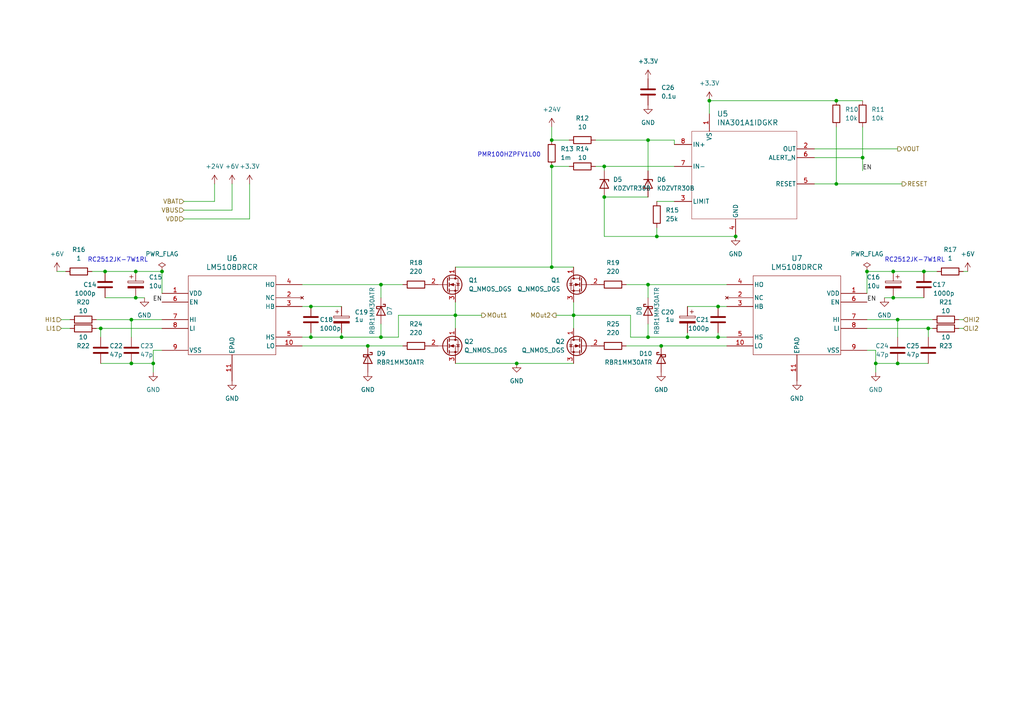
<source format=kicad_sch>
(kicad_sch (version 20230121) (generator eeschema)
  (paper "A4")
  (lib_symbols
    (symbol "Device:C" (pin_numbers hide) (pin_names (offset 0.254))
      (property "Reference" "C" (at 0.635 2.54 0))
      (property "Value" "C" (at 0.635 -2.54 0))
      (symbol "C_0_1"
        (polyline (pts (xy -2.032 -0.762) (xy 2.032 -0.762)) (stroke (width 0.508)))
        (polyline (pts (xy -2.032 0.762) (xy 2.032 0.762)) (stroke (width 0.508)))
      )
      (symbol "C_1_1"
        (pin passive line (at 0 3.81 270) (length 2.794) (name "~") (number "1"))
        (pin passive line (at 0 -3.81 90) (length 2.794) (name "~") (number "2"))
      )
    )
    (symbol "Device:C_Polarized" (pin_numbers hide) (pin_names (offset 0.254))
      (property "Reference" "C" (at 0.635 2.54 0))
      (property "Value" "C_Polarized" (at 0.635 -2.54 0))
      (symbol "C_Polarized_0_1"
        (rectangle (start -2.286 0.508) (end 2.286 1.016))
        (polyline (pts (xy -1.778 2.286) (xy -0.762 2.286)))
        (polyline (pts (xy -1.27 2.794) (xy -1.27 1.778)))
        (rectangle (start 2.286 -0.508) (end -2.286 -1.016) (fill (type outline)))
      )
      (symbol "C_Polarized_1_1"
        (pin passive line (at 0 3.81 270) (length 2.794) (name "~") (number "1"))
        (pin passive line (at 0 -3.81 90) (length 2.794) (name "~") (number "2"))
      )
    )
    (symbol "Device:D_Schottky" (pin_numbers hide) (pin_names (offset 1.016) hide)
      (property "Reference" "D" (at 0 2.54 0))
      (property "Value" "D_Schottky" (at 0 -2.54 0))
      (symbol "D_Schottky_0_1"
        (polyline (pts (xy 1.27 0) (xy -1.27 0)))
        (polyline (pts (xy 1.27 1.27) (xy 1.27 -1.27) (xy -1.27 0) (xy 1.27 1.27)) (stroke (width 0.254)))
        (polyline (pts (xy -1.905 0.635) (xy -1.905 1.27) (xy -1.27 1.27) (xy -1.27 -1.27) (xy -0.635 -1.27) (xy -0.635 -0.635)) (stroke (width 0.254)))
      )
      (symbol "D_Schottky_1_1"
        (pin passive line (at -3.81 0 0) (length 2.54) (name "K") (number "1"))
        (pin passive line (at 3.81 0 180) (length 2.54) (name "A") (number "2"))
      )
    )
    (symbol "Device:D_Zener" (pin_numbers hide) (pin_names (offset 1.016) hide)
      (property "Reference" "D" (at 0 2.54 0))
      (property "Value" "D_Zener" (at 0 -2.54 0))
      (symbol "D_Zener_0_1"
        (polyline (pts (xy 1.27 0) (xy -1.27 0)))
        (polyline (pts (xy -1.27 -1.27) (xy -1.27 1.27) (xy -0.762 1.27)) (stroke (width 0.254)))
        (polyline (pts (xy 1.27 -1.27) (xy 1.27 1.27) (xy -1.27 0) (xy 1.27 -1.27)) (stroke (width 0.254)))
      )
      (symbol "D_Zener_1_1"
        (pin passive line (at -3.81 0 0) (length 2.54) (name "K") (number "1"))
        (pin passive line (at 3.81 0 180) (length 2.54) (name "A") (number "2"))
      )
    )
    (symbol "Device:Q_NMOS_DGS" (pin_names (offset 0) hide)
      (property "Reference" "Q" (at 5.08 1.27 0))
      (property "Value" "Q_NMOS_DGS" (at 5.08 -1.27 0))
      (symbol "Q_NMOS_DGS_0_1"
        (polyline (pts (xy 0.254 0) (xy -2.54 0)))
        (polyline (pts (xy 0.254 1.905) (xy 0.254 -1.905)) (stroke (width 0.254)))
        (polyline (pts (xy 0.762 -1.27) (xy 0.762 -2.286)) (stroke (width 0.254)))
        (polyline (pts (xy 0.762 0.508) (xy 0.762 -0.508)) (stroke (width 0.254)))
        (polyline (pts (xy 0.762 2.286) (xy 0.762 1.27)) (stroke (width 0.254)))
        (polyline (pts (xy 2.54 2.54) (xy 2.54 1.778)))
        (polyline (pts (xy 2.54 -2.54) (xy 2.54 0) (xy 0.762 0)))
        (polyline (pts (xy 0.762 -1.778) (xy 3.302 -1.778) (xy 3.302 1.778) (xy 0.762 1.778)))
        (polyline (pts (xy 1.016 0) (xy 2.032 0.381) (xy 2.032 -0.381) (xy 1.016 0)) (fill (type outline)))
        (polyline (pts (xy 2.794 0.508) (xy 2.921 0.381) (xy 3.683 0.381) (xy 3.81 0.254)))
        (polyline (pts (xy 3.302 0.381) (xy 2.921 -0.254) (xy 3.683 -0.254) (xy 3.302 0.381)))
        (circle (center 1.651 0) (radius 2.794) (stroke (width 0.254)))
        (circle (center 2.54 -1.778) (radius 0.254) (fill (type outline)))
        (circle (center 2.54 1.778) (radius 0.254) (fill (type outline)))
      )
      (symbol "Q_NMOS_DGS_1_1"
        (pin passive line (at 2.54 5.08 270) (length 2.54) (name "D") (number "1"))
        (pin input line (at -5.08 0 0) (length 2.54) (name "G") (number "2"))
        (pin passive line (at 2.54 -5.08 90) (length 2.54) (name "S") (number "3"))
      )
    )
    (symbol "Device:R" (pin_numbers hide) (pin_names (offset 0))
      (property "Reference" "R" (at 2.032 0 90))
      (property "Value" "R" (at 0 0 90))
      (symbol "R_0_1"
        (rectangle (start -1.016 -2.54) (end 1.016 2.54) (stroke (width 0.254)))
      )
      (symbol "R_1_1"
        (pin passive line (at 0 3.81 270) (length 1.27) (name "~") (number "1"))
        (pin passive line (at 0 -3.81 90) (length 1.27) (name "~") (number "2"))
      )
    )
    (symbol "pj-sym:INA301A1IDGKR" (pin_names (offset 0.254))
      (property "Reference" "U" (at 0 2.54 0))
      (property "Value" "INA301A1IDGKR" (at 0 0 0))
      (symbol "INA301A1IDGKR_0_1"
        (polyline (pts (xy -15.24 -12.7) (xy 15.24 -12.7)) (stroke (width 0.1016)))
        (polyline (pts (xy -15.24 12.7) (xy -15.24 -12.7)) (stroke (width 0.1016)))
        (polyline (pts (xy 15.24 -12.7) (xy 15.24 12.7)) (stroke (width 0.1016)))
        (polyline (pts (xy 15.24 12.7) (xy -15.24 12.7)) (stroke (width 0.1016)))
        (pin power_in line (at -10.16 17.78 270) (length 5.08) (name "VS") (number "1"))
        (pin output line (at 20.32 7.62 180) (length 5.08) (name "OUT") (number "2"))
        (pin input line (at -20.32 -7.62 0) (length 5.08) (name "LIMIT") (number "3"))
        (pin power_in line (at -2.54 -17.78 90) (length 5.08) (name "GND") (number "4"))
        (pin input line (at 20.32 -2.54 180) (length 5.08) (name "RESET") (number "5"))
        (pin open_collector line (at 20.32 5.08 180) (length 5.08) (name "ALERT_N") (number "6"))
        (pin input line (at -20.32 2.54 0) (length 5.08) (name "IN-") (number "7"))
        (pin input line (at -20.32 8.89 0) (length 5.08) (name "IN+") (number "8"))
      )
    )
    (symbol "pj-sym:LM5108DRCR" (pin_names (offset 0.254))
      (property "Reference" "U" (at 20.32 10.16 0))
      (property "Value" "LM5108DRCR" (at 20.32 7.62 0))
      (symbol "LM5108DRCR_0_1"
        (polyline (pts (xy 7.62 -17.78) (xy 33.02 -17.78)) (stroke (width 0.127)))
        (polyline (pts (xy 7.62 5.08) (xy 7.62 -17.78)) (stroke (width 0.127)))
        (polyline (pts (xy 33.02 -17.78) (xy 33.02 5.08)) (stroke (width 0.127)))
        (polyline (pts (xy 33.02 5.08) (xy 7.62 5.08)) (stroke (width 0.127)))
        (pin power_in line (at 0 0 0) (length 7.62) (name "VDD") (number "1"))
        (pin output line (at 40.64 -15.24 180) (length 7.62) (name "LO") (number "10"))
        (pin no_connect line (at 40.64 -1.27 180) (length 7.62) (name "NC") (number "2"))
        (pin output line (at 40.64 2.54 180) (length 7.62) (name "HO") (number "4"))
        (pin input line (at 0 -2.54 0) (length 7.62) (name "EN") (number "6"))
        (pin input line (at 0 -7.62 0) (length 7.62) (name "HI") (number "7"))
        (pin input line (at 0 -10.16 0) (length 7.62) (name "LI") (number "8"))
        (pin power_in line (at 0 -16.51 0) (length 7.62) (name "VSS") (number "9"))
      )
      (symbol "LM5108DRCR_1_1"
        (pin passive line (at 20.32 -25.4 90) (length 7.62) (name "EPAD") (number "11"))
        (pin input line (at 40.64 -3.81 180) (length 7.62) (name "HB") (number "3"))
        (pin passive line (at 40.64 -12.7 180) (length 7.62) (name "HS") (number "5"))
      )
    )
    (symbol "power:+24V" (power) (pin_names (offset 0))
      (property "Value" "+24V" (at 0 3.556 0))
      (symbol "+24V_0_1"
        (polyline (pts (xy -0.762 1.27) (xy 0 2.54)))
        (polyline (pts (xy 0 0) (xy 0 2.54)))
        (polyline (pts (xy 0 2.54) (xy 0.762 1.27)))
      )
      (symbol "+24V_1_1"
        (pin power_in line (at 0 0 90) (length 0) hide (name "+24V") (number "1"))
      )
    )
    (symbol "power:+3.3V" (power) (pin_names (offset 0))
      (property "Value" "+3.3V" (at 0 3.556 0))
      (symbol "+3.3V_0_1"
        (polyline (pts (xy -0.762 1.27) (xy 0 2.54)))
        (polyline (pts (xy 0 0) (xy 0 2.54)))
        (polyline (pts (xy 0 2.54) (xy 0.762 1.27)))
      )
      (symbol "+3.3V_1_1"
        (pin power_in line (at 0 0 90) (length 0) hide (name "+3.3V") (number "1"))
      )
    )
    (symbol "power:+6V" (power) (pin_names (offset 0))
      (property "Value" "+6V" (at 0 3.556 0))
      (symbol "+6V_0_1"
        (polyline (pts (xy -0.762 1.27) (xy 0 2.54)))
        (polyline (pts (xy 0 0) (xy 0 2.54)))
        (polyline (pts (xy 0 2.54) (xy 0.762 1.27)))
      )
      (symbol "+6V_1_1"
        (pin power_in line (at 0 0 90) (length 0) hide (name "+6V") (number "1"))
      )
    )
    (symbol "power:GND" (power) (pin_names (offset 0))
      (property "Value" "GND" (at 0 -3.81 0))
      (symbol "GND_0_1"
        (polyline (pts (xy 0 0) (xy 0 -1.27) (xy 1.27 -1.27) (xy 0 -2.54) (xy -1.27 -1.27) (xy 0 -1.27)))
      )
      (symbol "GND_1_1"
        (pin power_in line (at 0 0 270) (length 0) hide (name "GND") (number "1"))
      )
    )
    (symbol "power:PWR_FLAG" (power) (pin_numbers hide) (pin_names (offset 0) hide)
      (property "Value" "PWR_FLAG" (at 0 3.81 0))
      (symbol "PWR_FLAG_0_0"
        (pin power_out line (at 0 0 90) (length 0) (name "pwr") (number "1"))
      )
      (symbol "PWR_FLAG_0_1"
        (polyline (pts (xy 0 0) (xy 0 1.27) (xy -1.016 1.905) (xy 0 2.54) (xy 1.016 1.905) (xy 0 1.27)))
      )
    )
  )
  (junction (at 254 105.41))
  (junction (at 160.02 40.64))
  (junction (at 187.96 82.55))
  (junction (at 208.28 97.79))
  (junction (at 269.24 95.25))
  (junction (at 132.08 91.44))
  (junction (at 250.19 45.72))
  (junction (at 187.96 40.64))
  (junction (at 39.37 78.74))
  (junction (at 149.86 105.41))
  (junction (at 38.1 92.71))
  (junction (at 187.96 97.79))
  (junction (at 106.68 100.33))
  (junction (at 175.26 48.26))
  (junction (at 242.57 53.34))
  (junction (at 110.49 82.55))
  (junction (at 267.97 78.74))
  (junction (at 213.36 68.58))
  (junction (at 30.48 78.74))
  (junction (at 242.57 29.21))
  (junction (at 110.49 97.79))
  (junction (at 199.39 97.79))
  (junction (at 166.37 91.44))
  (junction (at 175.26 57.15))
  (junction (at 39.37 86.36))
  (junction (at 38.1 105.41))
  (junction (at 251.46 78.74))
  (junction (at 205.74 29.21))
  (junction (at 90.17 88.9))
  (junction (at 46.99 78.74))
  (junction (at 160.02 77.47))
  (junction (at 99.06 97.79))
  (junction (at 160.02 48.26))
  (junction (at 190.5 68.58))
  (junction (at 191.77 100.33))
  (junction (at 208.28 88.9))
  (junction (at 260.35 92.71))
  (junction (at 29.21 95.25))
  (junction (at 259.08 78.74))
  (junction (at 259.08 86.36))
  (junction (at 260.35 105.41))
  (junction (at 90.17 97.79))
  (junction (at 44.45 105.41))
  (wire (pts (xy 260.35 105.41) (xy 254 105.41)))
  (wire (pts (xy 280.67 78.74) (xy 279.4 78.74)))
  (wire (pts (xy 259.08 86.36) (xy 256.54 86.36)))
  (wire (pts (xy 39.37 86.36) (xy 41.91 86.36)))
  (wire (pts (xy 27.94 95.25) (xy 29.21 95.25)))
  (wire (pts (xy 270.51 95.25) (xy 269.24 95.25)))
  (wire (pts (xy 44.45 105.41) (xy 44.45 101.6)))
  (wire (pts (xy 132.08 91.44) (xy 139.7 91.44)))
  (wire (pts (xy 190.5 68.58) (xy 213.36 68.58)))
  (wire (pts (xy 210.82 100.33) (xy 191.77 100.33)))
  (wire (pts (xy 87.63 82.55) (xy 110.49 82.55)))
  (wire (pts (xy 160.02 48.26) (xy 160.02 77.47)))
  (wire (pts (xy 110.49 82.55) (xy 116.84 82.55)))
  (wire (pts (xy 236.22 53.34) (xy 242.57 53.34)))
  (wire (pts (xy 187.96 86.36) (xy 187.96 82.55)))
  (wire (pts (xy 132.08 91.44) (xy 115.57 91.44)))
  (wire (pts (xy 115.57 91.44) (xy 115.57 97.79)))
  (wire (pts (xy 16.51 78.74) (xy 19.05 78.74)))
  (wire (pts (xy 53.34 63.5) (xy 72.39 63.5)))
  (wire (pts (xy 269.24 95.25) (xy 269.24 97.79)))
  (wire (pts (xy 210.82 88.9) (xy 208.28 88.9)))
  (wire (pts (xy 269.24 95.25) (xy 251.46 95.25)))
  (wire (pts (xy 236.22 43.18) (xy 260.35 43.18)))
  (wire (pts (xy 87.63 100.33) (xy 106.68 100.33)))
  (wire (pts (xy 175.26 48.26) (xy 195.58 48.26)))
  (wire (pts (xy 210.82 97.79) (xy 208.28 97.79)))
  (wire (pts (xy 208.28 97.79) (xy 199.39 97.79)))
  (wire (pts (xy 44.45 101.6) (xy 46.99 101.6)))
  (wire (pts (xy 38.1 92.71) (xy 38.1 97.79)))
  (wire (pts (xy 53.34 60.96) (xy 67.31 60.96)))
  (wire (pts (xy 187.96 40.64) (xy 195.58 40.64)))
  (wire (pts (xy 38.1 92.71) (xy 46.99 92.71)))
  (wire (pts (xy 17.78 95.25) (xy 20.32 95.25)))
  (wire (pts (xy 160.02 77.47) (xy 166.37 77.47)))
  (wire (pts (xy 190.5 66.04) (xy 190.5 68.58)))
  (wire (pts (xy 267.97 78.74) (xy 259.08 78.74)))
  (wire (pts (xy 166.37 87.63) (xy 166.37 91.44)))
  (wire (pts (xy 250.19 45.72) (xy 250.19 36.83)))
  (wire (pts (xy 187.96 97.79) (xy 187.96 93.98)))
  (wire (pts (xy 251.46 78.74) (xy 251.46 85.09)))
  (wire (pts (xy 172.72 40.64) (xy 187.96 40.64)))
  (wire (pts (xy 250.19 49.53) (xy 250.19 45.72)))
  (wire (pts (xy 187.96 82.55) (xy 181.61 82.55)))
  (wire (pts (xy 160.02 40.64) (xy 165.1 40.64)))
  (wire (pts (xy 175.26 57.15) (xy 187.96 57.15)))
  (wire (pts (xy 29.21 105.41) (xy 38.1 105.41)))
  (wire (pts (xy 279.4 95.25) (xy 278.13 95.25)))
  (wire (pts (xy 242.57 29.21) (xy 250.19 29.21)))
  (wire (pts (xy 236.22 45.72) (xy 250.19 45.72)))
  (wire (pts (xy 160.02 48.26) (xy 165.1 48.26)))
  (wire (pts (xy 149.86 105.41) (xy 166.37 105.41)))
  (wire (pts (xy 260.35 92.71) (xy 260.35 97.79)))
  (wire (pts (xy 190.5 58.42) (xy 195.58 58.42)))
  (wire (pts (xy 110.49 97.79) (xy 110.49 93.98)))
  (wire (pts (xy 161.29 91.44) (xy 166.37 91.44)))
  (wire (pts (xy 271.78 78.74) (xy 267.97 78.74)))
  (wire (pts (xy 160.02 36.83) (xy 160.02 40.64)))
  (wire (pts (xy 30.48 78.74) (xy 39.37 78.74)))
  (wire (pts (xy 208.28 88.9) (xy 199.39 88.9)))
  (wire (pts (xy 166.37 91.44) (xy 166.37 95.25)))
  (wire (pts (xy 62.23 58.42) (xy 62.23 53.34)))
  (wire (pts (xy 187.96 40.64) (xy 187.96 49.53)))
  (wire (pts (xy 87.63 97.79) (xy 90.17 97.79)))
  (wire (pts (xy 90.17 97.79) (xy 99.06 97.79)))
  (wire (pts (xy 26.67 78.74) (xy 30.48 78.74)))
  (wire (pts (xy 191.77 100.33) (xy 181.61 100.33)))
  (wire (pts (xy 208.28 97.79) (xy 208.28 96.52)))
  (wire (pts (xy 115.57 97.79) (xy 110.49 97.79)))
  (wire (pts (xy 205.74 29.21) (xy 205.74 33.02)))
  (wire (pts (xy 210.82 82.55) (xy 187.96 82.55)))
  (wire (pts (xy 53.34 58.42) (xy 62.23 58.42)))
  (wire (pts (xy 17.78 92.71) (xy 20.32 92.71)))
  (wire (pts (xy 182.88 91.44) (xy 182.88 97.79)))
  (wire (pts (xy 254 107.95) (xy 254 105.41)))
  (wire (pts (xy 39.37 78.74) (xy 46.99 78.74)))
  (wire (pts (xy 279.4 92.71) (xy 278.13 92.71)))
  (wire (pts (xy 27.94 92.71) (xy 38.1 92.71)))
  (wire (pts (xy 132.08 87.63) (xy 132.08 91.44)))
  (wire (pts (xy 99.06 97.79) (xy 110.49 97.79)))
  (wire (pts (xy 166.37 91.44) (xy 182.88 91.44)))
  (wire (pts (xy 106.68 100.33) (xy 116.84 100.33)))
  (wire (pts (xy 46.99 78.74) (xy 46.99 85.09)))
  (wire (pts (xy 190.5 68.58) (xy 175.26 68.58)))
  (wire (pts (xy 67.31 60.96) (xy 67.31 53.34)))
  (wire (pts (xy 270.51 92.71) (xy 260.35 92.71)))
  (wire (pts (xy 132.08 91.44) (xy 132.08 95.25)))
  (wire (pts (xy 38.1 105.41) (xy 44.45 105.41)))
  (wire (pts (xy 87.63 88.9) (xy 90.17 88.9)))
  (wire (pts (xy 132.08 77.47) (xy 160.02 77.47)))
  (wire (pts (xy 175.26 68.58) (xy 175.26 57.15)))
  (wire (pts (xy 254 101.6) (xy 251.46 101.6)))
  (wire (pts (xy 29.21 95.25) (xy 46.99 95.25)))
  (wire (pts (xy 259.08 78.74) (xy 251.46 78.74)))
  (wire (pts (xy 172.72 48.26) (xy 175.26 48.26)))
  (wire (pts (xy 199.39 97.79) (xy 199.39 96.52)))
  (wire (pts (xy 260.35 92.71) (xy 251.46 92.71)))
  (wire (pts (xy 182.88 97.79) (xy 187.96 97.79)))
  (wire (pts (xy 99.06 97.79) (xy 99.06 96.52)))
  (wire (pts (xy 72.39 63.5) (xy 72.39 53.34)))
  (wire (pts (xy 267.97 86.36) (xy 259.08 86.36)))
  (wire (pts (xy 90.17 88.9) (xy 99.06 88.9)))
  (wire (pts (xy 269.24 105.41) (xy 260.35 105.41)))
  (wire (pts (xy 199.39 97.79) (xy 187.96 97.79)))
  (wire (pts (xy 44.45 107.95) (xy 44.45 105.41)))
  (wire (pts (xy 242.57 53.34) (xy 261.62 53.34)))
  (wire (pts (xy 205.74 29.21) (xy 242.57 29.21)))
  (wire (pts (xy 29.21 95.25) (xy 29.21 97.79)))
  (wire (pts (xy 110.49 86.36) (xy 110.49 82.55)))
  (wire (pts (xy 254 105.41) (xy 254 101.6)))
  (wire (pts (xy 242.57 36.83) (xy 242.57 53.34)))
  (wire (pts (xy 175.26 48.26) (xy 175.26 49.53)))
  (wire (pts (xy 90.17 97.79) (xy 90.17 96.52)))
  (wire (pts (xy 195.58 41.91) (xy 195.58 40.64)))
  (wire (pts (xy 132.08 105.41) (xy 149.86 105.41)))
  (wire (pts (xy 30.48 86.36) (xy 39.37 86.36)))
  (text "RC2512JK-7W1RL" (at 25.4 76.2 0) (effects (font (size 1.27 1.27)) (justify left bottom)))
  (text "PMR100HZPFV1L00" (at 138.43 45.72 0) (effects (font (size 1.27 1.27)) (justify left bottom)))
  (text "RC2512JK-7W1RL" (at 256.54 76.2 0) (effects (font (size 1.27 1.27)) (justify left bottom)))
  (label "EN" (at 251.46 87.63 0))
  (label "EN" (at 46.99 87.63 180))
  (label "EN" (at 250.19 49.53 0))
  (hierarchical_label "LI1" (shape input) (at 17.78 95.25 180))
  (hierarchical_label "LI2" (shape input) (at 279.4 95.25 0))
  (hierarchical_label "MOut2" (shape output) (at 161.29 91.44 180))
  (hierarchical_label "VOUT" (shape output) (at 260.35 43.18 0))
  (hierarchical_label "VDD" (shape input) (at 53.34 63.5 180))
  (hierarchical_label "MOut1" (shape output) (at 139.7 91.44 0))
  (hierarchical_label "HI1" (shape input) (at 17.78 92.71 180))
  (hierarchical_label "VBUS" (shape input) (at 53.34 60.96 180))
  (hierarchical_label "VBAT" (shape input) (at 53.34 58.42 180))
  (hierarchical_label "RESET" (shape output) (at 261.62 53.34 0))
  (hierarchical_label "HI2" (shape input) (at 279.4 92.71 0))
  (symbol (lib_id "power:+6V") (at 280.67 78.74 0) (mirror y) (unit 1)
    (property "Reference" "#PWR034" (effects hide))
    (property "Value" "+6V" (at 280.67 73.66 0))
  )
  (symbol (lib_id "Device:R") (at 275.59 78.74 270) (mirror x) (unit 1)
    (property "Reference" "R17" (at 275.59 72.39 90))
    (property "Value" "1" (at 275.59 74.93 90))
    (property "Footprint" "Resistor_SMD:R_2512_6332Metric_Pad1.40x3.35mm_HandSolder" (effects hide))
  )
  (symbol (lib_id "pj-sym:LM5108DRCR") (at 251.46 85.09 0) (mirror y) (unit 1)
    (property "Reference" "U7" (at 231.14 74.93 0) (effects (font (size 1.524 1.524))))
    (property "Value" "LM5108DRCR" (at 231.14 77.47 0) (effects (font (size 1.524 1.524))))
    (property "Footprint" "pj-lib:DRC10_1P65X2P40_TEX" (effects hide))
    (property "Datasheet" "LM5108DRCR" (effects hide))
  )
  (symbol (lib_id "power:GND") (at 254 107.95 0) (mirror y) (unit 1)
    (property "Reference" "#PWR041" (effects hide))
    (property "Value" "GND" (at 254 113.03 0))
  )
  (symbol (lib_id "power:GND") (at 191.77 107.95 0) (mirror y) (unit 1)
    (property "Reference" "#PWR040" (effects hide))
    (property "Value" "GND" (at 191.77 113.03 0))
  )
  (symbol (lib_id "Device:C") (at 269.24 101.6 0) (mirror y) (unit 1)
    (property "Reference" "C25" (at 266.7 100.33 0) (effects (justify left)))
    (property "Value" "47p" (at 266.7 102.87 0) (effects (justify left)))
    (property "Footprint" "Capacitor_SMD:C_0603_1608Metric_Pad1.08x0.95mm_HandSolder" (effects hide))
  )
  (symbol (lib_id "power:GND") (at 41.91 86.36 0) (unit 1)
    (property "Reference" "#PWR035" (effects hide))
    (property "Value" "GND" (at 41.91 91.44 0))
  )
  (symbol (lib_id "Device:C") (at 260.35 101.6 0) (mirror y) (unit 1)
    (property "Reference" "C24" (at 257.81 100.33 0) (effects (justify left)))
    (property "Value" "47p" (at 257.81 102.87 0) (effects (justify left)))
    (property "Footprint" "Capacitor_SMD:C_0603_1608Metric_Pad1.08x0.95mm_HandSolder" (effects hide))
  )
  (symbol (lib_id "Device:C") (at 208.28 92.71 0) (mirror y) (unit 1)
    (property "Reference" "C21" (at 205.74 92.71 0) (effects (justify left)))
    (property "Value" "1000p" (at 205.74 95.25 0) (effects (justify left)))
    (property "Footprint" "Capacitor_SMD:C_0603_1608Metric_Pad1.08x0.95mm_HandSolder" (effects hide))
  )
  (symbol (lib_id "power:+24V") (at 62.23 53.34 0) (unit 1)
    (property "Reference" "#PWR029" (effects hide))
    (property "Value" "+24V" (at 62.23 48.26 0))
  )
  (symbol (lib_id "power:+3.3V") (at 187.96 22.86 0) (unit 1)
    (property "Reference" "#PWR044" (effects hide))
    (property "Value" "+3.3V" (at 187.96 17.78 0))
  )
  (symbol (lib_id "power:+24V") (at 160.02 36.83 0) (unit 1)
    (property "Reference" "#PWR028" (effects hide))
    (property "Value" "+24V" (at 160.02 31.75 0))
  )
  (symbol (lib_id "Device:D_Zener") (at 187.96 53.34 270) (unit 1)
    (property "Reference" "D6" (at 190.5 52.07 90) (effects (justify left)))
    (property "Value" "KDZVTR30B" (at 190.5 54.61 90) (effects (justify left)))
    (property "Footprint" "Diode_SMD:D_SOD-123F" (effects hide))
  )
  (symbol (lib_id "Device:C") (at 29.21 101.6 0) (unit 1)
    (property "Reference" "C22" (at 31.75 100.33 0) (effects (justify left)))
    (property "Value" "47p" (at 31.75 102.87 0) (effects (justify left)))
    (property "Footprint" "Capacitor_SMD:C_0603_1608Metric_Pad1.08x0.95mm_HandSolder" (effects hide))
  )
  (symbol (lib_id "pj-sym:INA301A1IDGKR") (at 215.9 50.8 0) (unit 1)
    (property "Reference" "U5" (at 207.9341 33.02 0) (effects (font (size 1.524 1.524)) (justify left)))
    (property "Value" "INA301A1IDGKR" (at 207.9341 35.56 0) (effects (font (size 1.524 1.524)) (justify left)))
    (property "Footprint" "pj-lib:DGK0008A_L" (effects hide))
    (property "Datasheet" "INA301A1IDGKR" (effects hide))
  )
  (symbol (lib_id "Device:Q_NMOS_DGS") (at 168.91 82.55 0) (mirror y) (unit 1)
    (property "Reference" "Q1" (at 162.56 81.28 0) (effects (justify left)))
    (property "Value" "Q_NMOS_DGS" (at 162.56 83.82 0) (effects (justify left)))
    (property "Footprint" "pj-lib:TSON Advance_TOS" (effects hide))
    (instances (project "motor-driver-2023-1" (path "" (reference "Q1") (unit 1)) (path "" (reference "Q2") (unit 1))))
  )
  (symbol (lib_id "power:+6V") (at 16.51 78.74 0) (unit 1)
    (property "Reference" "#PWR033" (effects hide))
    (property "Value" "+6V" (at 16.51 73.66 0))
  )
  (symbol (lib_id "Device:R") (at 250.19 33.02 0) (unit 1)
    (property "Reference" "R11" (at 252.73 31.75 0) (effects (justify left)))
    (property "Value" "10k" (at 252.73 34.29 0) (effects (justify left)))
    (property "Footprint" "Resistor_SMD:R_0402_1005Metric_Pad0.72x0.64mm_HandSolder" (effects hide))
  )
  (symbol (lib_id "power:PWR_FLAG") (at 46.99 78.74 0) (unit 1)
    (property "Reference" "#FLG03" (effects hide))
    (property "Value" "PWR_FLAG" (at 46.99 73.66 0))
  )
  (symbol (lib_id "Device:C") (at 38.1 101.6 0) (unit 1)
    (property "Reference" "C23" (at 40.64 100.33 0) (effects (justify left)))
    (property "Value" "47p" (at 40.64 102.87 0) (effects (justify left)))
    (property "Footprint" "Capacitor_SMD:C_0603_1608Metric_Pad1.08x0.95mm_HandSolder" (effects hide))
  )
  (symbol (lib_id "Device:R") (at 168.91 40.64 90) (unit 1)
    (property "Reference" "R12" (at 168.91 34.29 90))
    (property "Value" "10" (at 168.91 36.83 90))
    (property "Footprint" "Resistor_SMD:R_0402_1005Metric_Pad0.72x0.64mm_HandSolder" (effects hide))
  )
  (symbol (lib_id "power:+3.3V") (at 205.74 29.21 0) (unit 1)
    (property "Reference" "#PWR027" (effects hide))
    (property "Value" "+3.3V" (at 205.74 24.13 0))
  )
  (symbol (lib_id "Device:C_Polarized") (at 39.37 82.55 0) (unit 1)
    (property "Reference" "C15" (at 43.18 80.391 0) (effects (justify left)))
    (property "Value" "10u" (at 43.18 82.931 0) (effects (justify left)))
    (property "Footprint" "Capacitor_SMD:C_1206_3216Metric_Pad1.33x1.80mm_HandSolder" (effects hide))
  )
  (symbol (lib_id "Device:C_Polarized") (at 99.06 92.71 0) (unit 1)
    (property "Reference" "C19" (at 102.87 90.551 0) (effects (justify left)))
    (property "Value" "1u" (at 102.87 92.71 0) (effects (justify left)))
    (property "Footprint" "Capacitor_SMD:C_0603_1608Metric_Pad1.08x0.95mm_HandSolder" (effects hide))
  )
  (symbol (lib_id "Device:D_Schottky") (at 106.68 104.14 270) (unit 1)
    (property "Reference" "D9" (at 109.22 102.5525 90) (effects (justify left)))
    (property "Value" "RBR1MM30ATR" (at 109.22 105.0925 90) (effects (justify left)))
    (property "Footprint" "Diode_SMD:D_SOD-123F" (effects hide))
  )
  (symbol (lib_id "power:GND") (at 256.54 86.36 0) (mirror y) (unit 1)
    (property "Reference" "#PWR036" (effects hide))
    (property "Value" "GND" (at 256.54 91.44 0))
  )
  (symbol (lib_id "Device:R") (at 24.13 95.25 270) (unit 1)
    (property "Reference" "R22" (at 24.13 100.33 90))
    (property "Value" "10" (at 24.13 97.79 90))
    (property "Footprint" "Resistor_SMD:R_0402_1005Metric_Pad0.72x0.64mm_HandSolder" (effects hide))
  )
  (symbol (lib_id "power:GND") (at 187.96 30.48 0) (unit 1)
    (property "Reference" "#PWR045" (effects hide))
    (property "Value" "GND" (at 187.96 35.56 0))
  )
  (symbol (lib_id "Device:R") (at 190.5 62.23 0) (unit 1)
    (property "Reference" "R15" (at 193.04 60.96 0) (effects (justify left)))
    (property "Value" "25k" (at 193.04 63.5 0) (effects (justify left)))
    (property "Footprint" "Resistor_SMD:R_0402_1005Metric_Pad0.72x0.64mm_HandSolder" (effects hide))
  )
  (symbol (lib_id "Device:R") (at 120.65 82.55 90) (unit 1)
    (property "Reference" "R18" (at 120.65 76.2 90))
    (property "Value" "220" (at 120.65 78.74 90))
    (property "Footprint" "Resistor_SMD:R_0402_1005Metric_Pad0.72x0.64mm_HandSolder" (effects hide))
  )
  (symbol (lib_id "Device:R") (at 168.91 48.26 90) (unit 1)
    (property "Reference" "R14" (at 168.91 43.18 90))
    (property "Value" "10" (at 168.91 45.72 90))
    (property "Footprint" "Resistor_SMD:R_0402_1005Metric_Pad0.72x0.64mm_HandSolder" (effects hide))
  )
  (symbol (lib_id "Device:C_Polarized") (at 259.08 82.55 0) (mirror y) (unit 1)
    (property "Reference" "C16" (at 255.27 80.391 0) (effects (justify left)))
    (property "Value" "10u" (at 255.27 82.931 0) (effects (justify left)))
    (property "Footprint" "Capacitor_SMD:C_1206_3216Metric_Pad1.33x1.80mm_HandSolder" (effects hide))
  )
  (symbol (lib_id "Device:C") (at 267.97 82.55 0) (mirror y) (unit 1)
    (property "Reference" "C17" (at 274.32 82.55 0) (effects (justify left)))
    (property "Value" "1000p" (at 276.86 85.09 0) (effects (justify left)))
    (property "Footprint" "Capacitor_SMD:C_0603_1608Metric_Pad1.08x0.95mm_HandSolder" (effects hide))
  )
  (symbol (lib_id "Device:D_Schottky") (at 191.77 104.14 90) (mirror x) (unit 1)
    (property "Reference" "D10" (at 189.23 102.5525 90) (effects (justify left)))
    (property "Value" "RBR1MM30ATR" (at 189.23 105.0925 90) (effects (justify left)))
    (property "Footprint" "Diode_SMD:D_SOD-123F" (effects hide))
  )
  (symbol (lib_id "power:GND") (at 44.45 107.95 0) (unit 1)
    (property "Reference" "#PWR038" (effects hide))
    (property "Value" "GND" (at 44.45 113.03 0))
  )
  (symbol (lib_id "power:GND") (at 106.68 107.95 0) (unit 1)
    (property "Reference" "#PWR039" (effects hide))
    (property "Value" "GND" (at 106.68 113.03 0))
  )
  (symbol (lib_id "power:GND") (at 213.36 68.58 0) (unit 1)
    (property "Reference" "#PWR032" (effects hide))
    (property "Value" "GND" (at 213.36 73.66 0))
  )
  (symbol (lib_id "Device:Q_NMOS_DGS") (at 129.54 82.55 0) (unit 1)
    (property "Reference" "Q1" (at 135.89 81.28 0) (effects (justify left)))
    (property "Value" "Q_NMOS_DGS" (at 135.89 83.82 0) (effects (justify left)))
    (property "Footprint" "pj-lib:TSON Advance_TOS" (effects hide))
  )
  (symbol (lib_id "Device:C") (at 187.96 26.67 0) (unit 1)
    (property "Reference" "C26" (at 191.77 25.4 0) (effects (justify left)))
    (property "Value" "0.1u" (at 191.77 27.94 0) (effects (justify left)))
    (property "Footprint" "Capacitor_SMD:C_0603_1608Metric_Pad1.08x0.95mm_HandSolder" (effects hide))
  )
  (symbol (lib_id "Device:R") (at 120.65 100.33 90) (unit 1)
    (property "Reference" "R24" (at 120.65 93.98 90))
    (property "Value" "220" (at 120.65 96.52 90))
    (property "Footprint" "Resistor_SMD:R_0402_1005Metric_Pad0.72x0.64mm_HandSolder" (effects hide))
  )
  (symbol (lib_id "Device:Q_NMOS_DGS") (at 168.91 100.33 0) (mirror y) (unit 1)
    (property "Reference" "Q2" (at 163.83 99.06 0) (effects (justify left)))
    (property "Value" "Q_NMOS_DGS" (at 163.83 101.6 0) (effects (justify left)))
    (property "Footprint" "pj-lib:TSON Advance_TOS" (effects hide))
    (instances (project "motor-driver-2023-1" (path "" (reference "Q2") (unit 1)) (path "" (reference "Q4") (unit 1))))
  )
  (symbol (lib_id "Device:C") (at 30.48 82.55 0) (unit 1)
    (property "Reference" "C14" (at 24.13 82.55 0) (effects (justify left)))
    (property "Value" "1000p" (at 21.59 85.09 0) (effects (justify left)))
    (property "Footprint" "Capacitor_SMD:C_0603_1608Metric_Pad1.08x0.95mm_HandSolder" (effects hide))
  )
  (symbol (lib_id "pj-sym:LM5108DRCR") (at 46.99 85.09 0) (unit 1)
    (property "Reference" "U6" (at 67.31 74.93 0) (effects (font (size 1.524 1.524))))
    (property "Value" "LM5108DRCR" (at 67.31 77.47 0) (effects (font (size 1.524 1.524))))
    (property "Footprint" "pj-lib:DRC10_1P65X2P40_TEX" (effects hide))
    (property "Datasheet" "LM5108DRCR" (effects hide))
  )
  (symbol (lib_id "power:+6V") (at 67.31 53.34 0) (unit 1)
    (property "Reference" "#PWR030" (effects hide))
    (property "Value" "+6V" (at 67.31 48.26 0))
  )
  (symbol (lib_id "Device:R") (at 274.32 95.25 90) (mirror x) (unit 1)
    (property "Reference" "R23" (at 274.32 100.33 90))
    (property "Value" "10" (at 274.32 97.79 90))
    (property "Footprint" "Resistor_SMD:R_0402_1005Metric_Pad0.72x0.64mm_HandSolder" (effects hide))
  )
  (symbol (lib_id "Device:R") (at 24.13 92.71 90) (unit 1)
    (property "Reference" "R20" (at 24.13 87.63 90))
    (property "Value" "10" (at 24.13 90.17 90))
    (property "Footprint" "Resistor_SMD:R_0402_1005Metric_Pad0.72x0.64mm_HandSolder" (effects hide))
  )
  (symbol (lib_id "Device:R") (at 177.8 100.33 270) (mirror x) (unit 1)
    (property "Reference" "R25" (at 177.8 93.98 90))
    (property "Value" "220" (at 177.8 96.52 90))
    (property "Footprint" "Resistor_SMD:R_0402_1005Metric_Pad0.72x0.64mm_HandSolder" (effects hide))
  )
  (symbol (lib_id "Device:Q_NMOS_DGS") (at 129.54 100.33 0) (unit 1)
    (property "Reference" "Q2" (at 134.62 99.06 0) (effects (justify left)))
    (property "Value" "Q_NMOS_DGS" (at 134.62 101.6 0) (effects (justify left)))
    (property "Footprint" "pj-lib:TSON Advance_TOS" (effects hide))
    (instances (project "motor-driver-2023-1" (path "" (reference "Q2") (unit 1)) (path "" (reference "Q3") (unit 1))))
  )
  (symbol (lib_id "Device:R") (at 160.02 44.45 0) (unit 1)
    (property "Reference" "R13" (at 162.56 43.18 0) (effects (justify left)))
    (property "Value" "1m" (at 162.56 45.72 0) (effects (justify left)))
    (property "Footprint" "Resistor_SMD:R_2512_6332Metric_Pad1.40x3.35mm_HandSolder" (effects hide))
  )
  (symbol (lib_id "Device:C") (at 90.17 92.71 0) (unit 1)
    (property "Reference" "C18" (at 92.71 92.71 0) (effects (justify left)))
    (property "Value" "1000p" (at 92.71 95.25 0) (effects (justify left)))
    (property "Footprint" "Capacitor_SMD:C_0603_1608Metric_Pad1.08x0.95mm_HandSolder" (effects hide))
  )
  (symbol (lib_id "Device:R") (at 177.8 82.55 270) (mirror x) (unit 1)
    (property "Reference" "R19" (at 177.8 76.2 90))
    (property "Value" "220" (at 177.8 78.74 90))
    (property "Footprint" "Resistor_SMD:R_0402_1005Metric_Pad0.72x0.64mm_HandSolder" (effects hide))
  )
  (symbol (lib_id "Device:D_Zener") (at 175.26 53.34 270) (unit 1)
    (property "Reference" "D5" (at 177.8 52.07 90) (effects (justify left)))
    (property "Value" "KDZVTR30B" (at 177.8 54.61 90) (effects (justify left)))
    (property "Footprint" "Diode_SMD:D_SOD-123F" (effects hide))
  )
  (symbol (lib_id "Device:R") (at 274.32 92.71 270) (mirror x) (unit 1)
    (property "Reference" "R21" (at 274.32 87.63 90))
    (property "Value" "10" (at 274.32 90.17 90))
    (property "Footprint" "Resistor_SMD:R_0402_1005Metric_Pad0.72x0.64mm_HandSolder" (effects hide))
  )
  (symbol (lib_id "power:GND") (at 231.14 110.49 0) (mirror y) (unit 1)
    (property "Reference" "#PWR043" (effects hide))
    (property "Value" "GND" (at 231.14 115.57 0))
  )
  (symbol (lib_id "power:PWR_FLAG") (at 251.46 78.74 0) (unit 1)
    (property "Reference" "#FLG02" (effects hide))
    (property "Value" "PWR_FLAG" (at 251.46 73.66 0))
  )
  (symbol (lib_id "Device:D_Schottky") (at 110.49 90.17 270) (unit 1)
    (property "Reference" "D7" (at 113.03 90.17 0))
    (property "Value" "RBR1MM30ATR" (at 107.95 90.17 0))
    (property "Footprint" "Diode_SMD:D_SOD-123F" (effects hide))
  )
  (symbol (lib_id "Device:R") (at 22.86 78.74 90) (unit 1)
    (property "Reference" "R16" (at 22.86 72.39 90))
    (property "Value" "1" (at 22.86 74.93 90))
    (property "Footprint" "Resistor_SMD:R_2512_6332Metric_Pad1.40x3.35mm_HandSolder" (effects hide))
  )
  (symbol (lib_id "Device:C_Polarized") (at 199.39 92.71 0) (mirror y) (unit 1)
    (property "Reference" "C20" (at 195.58 90.551 0) (effects (justify left)))
    (property "Value" "1u" (at 195.58 92.71 0) (effects (justify left)))
    (property "Footprint" "Capacitor_SMD:C_0603_1608Metric_Pad1.08x0.95mm_HandSolder" (effects hide))
  )
  (symbol (lib_id "power:GND") (at 67.31 110.49 0) (unit 1)
    (property "Reference" "#PWR042" (effects hide))
    (property "Value" "GND" (at 67.31 115.57 0))
  )
  (symbol (lib_id "Device:R") (at 242.57 33.02 0) (unit 1)
    (property "Reference" "R10" (at 245.11 31.75 0) (effects (justify left)))
    (property "Value" "10k" (at 245.11 34.29 0) (effects (justify left)))
    (property "Footprint" "Resistor_SMD:R_0402_1005Metric_Pad0.72x0.64mm_HandSolder" (effects hide))
  )
  (symbol (lib_id "power:+3.3V") (at 72.39 53.34 0) (unit 1)
    (property "Reference" "#PWR031" (effects hide))
    (property "Value" "+3.3V" (at 72.39 48.26 0))
  )
  (symbol (lib_id "Device:D_Schottky") (at 187.96 90.17 90) (mirror x) (unit 1)
    (property "Reference" "D8" (at 185.42 90.17 0))
    (property "Value" "RBR1MM30ATR" (at 190.5 90.17 0))
    (property "Footprint" "Diode_SMD:D_SOD-123F" (effects hide))
  )
  (symbol (lib_id "power:GND") (at 149.86 105.41 0) (unit 1)
    (property "Reference" "#PWR037" (effects hide))
    (property "Value" "GND" (at 149.86 110.49 0))
  )
)
</source>
